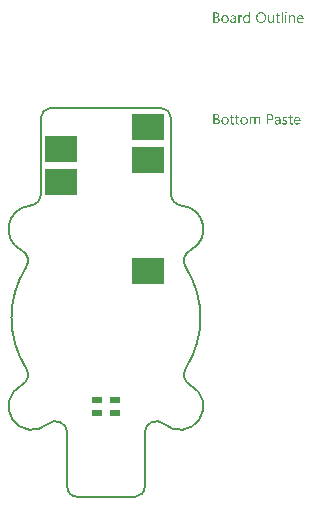
<source format=gbp>
G04*
G04 #@! TF.GenerationSoftware,Altium Limited,Altium Designer,21.8.1 (53)*
G04*
G04 Layer_Color=128*
%FSAX25Y25*%
%MOIN*%
G70*
G04*
G04 #@! TF.SameCoordinates,18D3F597-79DD-4A29-BD4C-A2841DF7949F*
G04*
G04*
G04 #@! TF.FilePolarity,Positive*
G04*
G01*
G75*
%ADD12C,0.00787*%
%ADD49R,0.11024X0.08661*%
%ADD52R,0.03543X0.02362*%
G36*
X0060012Y0137578D02*
X0060037D01*
X0060093Y0137554D01*
X0060124Y0137535D01*
X0060155Y0137510D01*
X0060161Y0137504D01*
X0060167Y0137498D01*
X0060198Y0137461D01*
X0060223Y0137399D01*
X0060229Y0137362D01*
X0060235Y0137325D01*
Y0137319D01*
Y0137306D01*
X0060229Y0137287D01*
X0060223Y0137263D01*
X0060204Y0137201D01*
X0060179Y0137170D01*
X0060155Y0137139D01*
X0060148D01*
X0060142Y0137127D01*
X0060105Y0137102D01*
X0060049Y0137077D01*
X0060012Y0137071D01*
X0059975Y0137065D01*
X0059957D01*
X0059938Y0137071D01*
X0059913D01*
X0059851Y0137096D01*
X0059820Y0137108D01*
X0059789Y0137133D01*
Y0137139D01*
X0059777Y0137145D01*
X0059765Y0137164D01*
X0059752Y0137182D01*
X0059728Y0137244D01*
X0059721Y0137281D01*
X0059715Y0137325D01*
Y0137331D01*
Y0137343D01*
X0059721Y0137362D01*
X0059728Y0137393D01*
X0059746Y0137449D01*
X0059765Y0137479D01*
X0059789Y0137510D01*
X0059796Y0137517D01*
X0059802Y0137523D01*
X0059839Y0137548D01*
X0059901Y0137572D01*
X0059938Y0137585D01*
X0059994D01*
X0060012Y0137578D01*
D02*
G37*
G36*
X0048022Y0133914D02*
X0047620D01*
Y0134335D01*
X0047607D01*
Y0134329D01*
X0047595Y0134316D01*
X0047576Y0134292D01*
X0047558Y0134261D01*
X0047527Y0134223D01*
X0047490Y0134186D01*
X0047447Y0134143D01*
X0047397Y0134100D01*
X0047341Y0134050D01*
X0047273Y0134007D01*
X0047205Y0133970D01*
X0047125Y0133932D01*
X0047044Y0133902D01*
X0046951Y0133877D01*
X0046852Y0133864D01*
X0046747Y0133858D01*
X0046704D01*
X0046667Y0133864D01*
X0046630Y0133871D01*
X0046580Y0133877D01*
X0046475Y0133902D01*
X0046351Y0133939D01*
X0046227Y0134001D01*
X0046159Y0134038D01*
X0046103Y0134081D01*
X0046041Y0134137D01*
X0045986Y0134193D01*
Y0134199D01*
X0045973Y0134211D01*
X0045961Y0134230D01*
X0045942Y0134254D01*
X0045924Y0134285D01*
X0045899Y0134329D01*
X0045874Y0134378D01*
X0045849Y0134434D01*
X0045819Y0134496D01*
X0045794Y0134564D01*
X0045769Y0134638D01*
X0045750Y0134719D01*
X0045732Y0134805D01*
X0045720Y0134904D01*
X0045713Y0135003D01*
X0045707Y0135109D01*
Y0135115D01*
Y0135133D01*
Y0135170D01*
X0045713Y0135214D01*
X0045720Y0135263D01*
X0045726Y0135325D01*
X0045732Y0135393D01*
X0045744Y0135468D01*
X0045781Y0135629D01*
X0045837Y0135796D01*
X0045874Y0135876D01*
X0045918Y0135957D01*
X0045961Y0136031D01*
X0046017Y0136105D01*
X0046023Y0136111D01*
X0046029Y0136124D01*
X0046048Y0136142D01*
X0046072Y0136167D01*
X0046103Y0136192D01*
X0046147Y0136223D01*
X0046190Y0136260D01*
X0046240Y0136297D01*
X0046363Y0136365D01*
X0046506Y0136427D01*
X0046586Y0136446D01*
X0046673Y0136464D01*
X0046759Y0136477D01*
X0046859Y0136483D01*
X0046908D01*
X0046945Y0136477D01*
X0046982Y0136470D01*
X0047032Y0136464D01*
X0047143Y0136433D01*
X0047267Y0136384D01*
X0047329Y0136353D01*
X0047391Y0136310D01*
X0047453Y0136266D01*
X0047508Y0136211D01*
X0047558Y0136149D01*
X0047607Y0136074D01*
X0047620D01*
Y0137634D01*
X0048022D01*
Y0133914D01*
D02*
G37*
G36*
X0062290Y0136477D02*
X0062364Y0136470D01*
X0062457Y0136452D01*
X0062556Y0136421D01*
X0062661Y0136371D01*
X0062767Y0136303D01*
X0062810Y0136266D01*
X0062853Y0136217D01*
X0062866Y0136204D01*
X0062891Y0136167D01*
X0062922Y0136105D01*
X0062965Y0136019D01*
X0063002Y0135913D01*
X0063039Y0135783D01*
X0063064Y0135629D01*
X0063070Y0135449D01*
Y0133914D01*
X0062668D01*
Y0135344D01*
Y0135350D01*
Y0135381D01*
X0062661Y0135418D01*
Y0135468D01*
X0062649Y0135530D01*
X0062637Y0135598D01*
X0062618Y0135672D01*
X0062594Y0135746D01*
X0062563Y0135820D01*
X0062525Y0135889D01*
X0062476Y0135957D01*
X0062420Y0136019D01*
X0062358Y0136068D01*
X0062278Y0136105D01*
X0062191Y0136136D01*
X0062086Y0136142D01*
X0062073D01*
X0062036Y0136136D01*
X0061981Y0136130D01*
X0061913Y0136111D01*
X0061832Y0136087D01*
X0061745Y0136043D01*
X0061665Y0135988D01*
X0061585Y0135913D01*
X0061578Y0135901D01*
X0061554Y0135876D01*
X0061523Y0135827D01*
X0061485Y0135759D01*
X0061448Y0135678D01*
X0061417Y0135579D01*
X0061393Y0135468D01*
X0061386Y0135344D01*
Y0133914D01*
X0060984D01*
Y0136427D01*
X0061386D01*
Y0136006D01*
X0061399D01*
X0061405Y0136012D01*
X0061411Y0136025D01*
X0061430Y0136049D01*
X0061454Y0136081D01*
X0061479Y0136118D01*
X0061516Y0136155D01*
X0061560Y0136198D01*
X0061609Y0136248D01*
X0061665Y0136291D01*
X0061727Y0136334D01*
X0061795Y0136371D01*
X0061869Y0136408D01*
X0061944Y0136440D01*
X0062030Y0136464D01*
X0062123Y0136477D01*
X0062222Y0136483D01*
X0062259D01*
X0062290Y0136477D01*
D02*
G37*
G36*
X0045292Y0136464D02*
X0045367Y0136458D01*
X0045410Y0136446D01*
X0045441Y0136433D01*
Y0136019D01*
X0045435Y0136025D01*
X0045422Y0136031D01*
X0045398Y0136043D01*
X0045367Y0136062D01*
X0045323Y0136074D01*
X0045268Y0136087D01*
X0045206Y0136093D01*
X0045138Y0136099D01*
X0045125D01*
X0045094Y0136093D01*
X0045045Y0136087D01*
X0044989Y0136068D01*
X0044915Y0136037D01*
X0044847Y0135994D01*
X0044772Y0135932D01*
X0044704Y0135851D01*
X0044698Y0135839D01*
X0044680Y0135808D01*
X0044649Y0135752D01*
X0044618Y0135678D01*
X0044587Y0135585D01*
X0044556Y0135468D01*
X0044537Y0135338D01*
X0044531Y0135189D01*
Y0133914D01*
X0044129D01*
Y0136427D01*
X0044531D01*
Y0135907D01*
X0044543D01*
Y0135913D01*
X0044550Y0135919D01*
X0044562Y0135951D01*
X0044581Y0136000D01*
X0044611Y0136062D01*
X0044642Y0136124D01*
X0044692Y0136192D01*
X0044741Y0136260D01*
X0044803Y0136322D01*
X0044810Y0136328D01*
X0044834Y0136347D01*
X0044872Y0136371D01*
X0044921Y0136396D01*
X0044977Y0136421D01*
X0045045Y0136446D01*
X0045119Y0136464D01*
X0045200Y0136470D01*
X0045255D01*
X0045292Y0136464D01*
D02*
G37*
G36*
X0056032Y0133914D02*
X0055630D01*
Y0134310D01*
X0055617D01*
Y0134304D01*
X0055605Y0134292D01*
X0055593Y0134267D01*
X0055568Y0134242D01*
X0055512Y0134168D01*
X0055425Y0134087D01*
X0055376Y0134044D01*
X0055320Y0134001D01*
X0055258Y0133964D01*
X0055184Y0133926D01*
X0055110Y0133902D01*
X0055029Y0133877D01*
X0054936Y0133864D01*
X0054844Y0133858D01*
X0054806D01*
X0054763Y0133864D01*
X0054701Y0133877D01*
X0054633Y0133889D01*
X0054559Y0133914D01*
X0054478Y0133945D01*
X0054398Y0133994D01*
X0054311Y0134050D01*
X0054231Y0134118D01*
X0054157Y0134205D01*
X0054088Y0134310D01*
X0054027Y0134428D01*
X0053983Y0134570D01*
X0053958Y0134737D01*
X0053946Y0134824D01*
Y0134923D01*
Y0136427D01*
X0054342D01*
Y0134985D01*
Y0134979D01*
Y0134954D01*
X0054348Y0134911D01*
X0054355Y0134861D01*
X0054361Y0134799D01*
X0054373Y0134737D01*
X0054392Y0134663D01*
X0054417Y0134589D01*
X0054454Y0134514D01*
X0054491Y0134446D01*
X0054540Y0134378D01*
X0054602Y0134316D01*
X0054670Y0134267D01*
X0054751Y0134230D01*
X0054850Y0134199D01*
X0054955Y0134193D01*
X0054967D01*
X0055005Y0134199D01*
X0055060Y0134205D01*
X0055122Y0134217D01*
X0055203Y0134248D01*
X0055283Y0134285D01*
X0055364Y0134335D01*
X0055438Y0134409D01*
X0055444Y0134422D01*
X0055469Y0134446D01*
X0055500Y0134496D01*
X0055537Y0134564D01*
X0055568Y0134644D01*
X0055599Y0134743D01*
X0055624Y0134855D01*
X0055630Y0134979D01*
Y0136427D01*
X0056032D01*
Y0133914D01*
D02*
G37*
G36*
X0060167D02*
X0059765D01*
Y0136427D01*
X0060167D01*
Y0133914D01*
D02*
G37*
G36*
X0058948D02*
X0058545D01*
Y0137634D01*
X0058948D01*
Y0133914D01*
D02*
G37*
G36*
X0042569Y0136477D02*
X0042625Y0136470D01*
X0042693Y0136452D01*
X0042767Y0136433D01*
X0042847Y0136402D01*
X0042934Y0136365D01*
X0043014Y0136316D01*
X0043095Y0136254D01*
X0043169Y0136179D01*
X0043237Y0136087D01*
X0043293Y0135981D01*
X0043336Y0135858D01*
X0043361Y0135715D01*
X0043374Y0135548D01*
Y0133914D01*
X0042971D01*
Y0134304D01*
X0042959D01*
Y0134298D01*
X0042946Y0134285D01*
X0042934Y0134261D01*
X0042909Y0134236D01*
X0042847Y0134162D01*
X0042767Y0134081D01*
X0042656Y0134001D01*
X0042526Y0133926D01*
X0042445Y0133902D01*
X0042364Y0133877D01*
X0042278Y0133864D01*
X0042185Y0133858D01*
X0042148D01*
X0042123Y0133864D01*
X0042055Y0133871D01*
X0041975Y0133883D01*
X0041875Y0133908D01*
X0041783Y0133939D01*
X0041684Y0133988D01*
X0041597Y0134050D01*
X0041591Y0134063D01*
X0041566Y0134087D01*
X0041529Y0134131D01*
X0041492Y0134193D01*
X0041455Y0134267D01*
X0041418Y0134353D01*
X0041393Y0134459D01*
X0041387Y0134576D01*
Y0134582D01*
Y0134607D01*
X0041393Y0134644D01*
X0041399Y0134688D01*
X0041411Y0134743D01*
X0041430Y0134805D01*
X0041455Y0134873D01*
X0041492Y0134941D01*
X0041535Y0135016D01*
X0041591Y0135090D01*
X0041659Y0135158D01*
X0041739Y0135220D01*
X0041832Y0135282D01*
X0041944Y0135331D01*
X0042067Y0135369D01*
X0042216Y0135400D01*
X0042971Y0135505D01*
Y0135511D01*
Y0135530D01*
X0042965Y0135567D01*
Y0135604D01*
X0042953Y0135653D01*
X0042946Y0135709D01*
X0042909Y0135827D01*
X0042878Y0135882D01*
X0042847Y0135938D01*
X0042804Y0135994D01*
X0042755Y0136043D01*
X0042693Y0136087D01*
X0042625Y0136118D01*
X0042544Y0136136D01*
X0042451Y0136142D01*
X0042408D01*
X0042377Y0136136D01*
X0042334D01*
X0042290Y0136124D01*
X0042179Y0136105D01*
X0042055Y0136068D01*
X0041919Y0136012D01*
X0041845Y0135975D01*
X0041776Y0135938D01*
X0041702Y0135889D01*
X0041634Y0135833D01*
Y0136248D01*
X0041640D01*
X0041653Y0136260D01*
X0041671Y0136272D01*
X0041702Y0136285D01*
X0041733Y0136303D01*
X0041776Y0136322D01*
X0041826Y0136340D01*
X0041882Y0136365D01*
X0042006Y0136408D01*
X0042154Y0136446D01*
X0042315Y0136470D01*
X0042488Y0136483D01*
X0042526D01*
X0042569Y0136477D01*
D02*
G37*
G36*
X0036880Y0137424D02*
X0036924D01*
X0036967Y0137417D01*
X0037066Y0137405D01*
X0037183Y0137374D01*
X0037307Y0137337D01*
X0037425Y0137281D01*
X0037530Y0137207D01*
X0037536D01*
X0037543Y0137195D01*
X0037574Y0137170D01*
X0037617Y0137120D01*
X0037666Y0137052D01*
X0037710Y0136966D01*
X0037753Y0136867D01*
X0037784Y0136755D01*
X0037796Y0136693D01*
Y0136625D01*
Y0136619D01*
Y0136613D01*
Y0136576D01*
X0037790Y0136520D01*
X0037778Y0136452D01*
X0037759Y0136365D01*
X0037728Y0136278D01*
X0037691Y0136192D01*
X0037635Y0136105D01*
X0037629Y0136093D01*
X0037604Y0136068D01*
X0037567Y0136031D01*
X0037518Y0135981D01*
X0037456Y0135932D01*
X0037382Y0135876D01*
X0037289Y0135833D01*
X0037190Y0135790D01*
Y0135783D01*
X0037208D01*
X0037227Y0135777D01*
X0037245Y0135771D01*
X0037314Y0135759D01*
X0037394Y0135734D01*
X0037481Y0135697D01*
X0037574Y0135653D01*
X0037666Y0135591D01*
X0037753Y0135511D01*
X0037765Y0135499D01*
X0037790Y0135468D01*
X0037821Y0135424D01*
X0037864Y0135356D01*
X0037901Y0135270D01*
X0037939Y0135170D01*
X0037964Y0135053D01*
X0037970Y0134923D01*
Y0134917D01*
Y0134904D01*
Y0134880D01*
X0037964Y0134849D01*
X0037957Y0134811D01*
X0037951Y0134768D01*
X0037926Y0134663D01*
X0037889Y0134545D01*
X0037833Y0134422D01*
X0037796Y0134366D01*
X0037753Y0134304D01*
X0037697Y0134248D01*
X0037642Y0134193D01*
X0037635D01*
X0037629Y0134180D01*
X0037611Y0134168D01*
X0037586Y0134149D01*
X0037555Y0134131D01*
X0037512Y0134106D01*
X0037419Y0134056D01*
X0037301Y0134001D01*
X0037165Y0133957D01*
X0037004Y0133926D01*
X0036924Y0133920D01*
X0036831Y0133914D01*
X0035803D01*
Y0137430D01*
X0036849D01*
X0036880Y0137424D01*
D02*
G37*
G36*
X0057375Y0136427D02*
X0058013D01*
Y0136081D01*
X0057375D01*
Y0134663D01*
Y0134651D01*
Y0134620D01*
X0057381Y0134576D01*
X0057388Y0134521D01*
X0057412Y0134403D01*
X0057431Y0134347D01*
X0057462Y0134304D01*
X0057468Y0134298D01*
X0057481Y0134285D01*
X0057499Y0134273D01*
X0057530Y0134254D01*
X0057567Y0134230D01*
X0057617Y0134217D01*
X0057679Y0134205D01*
X0057747Y0134199D01*
X0057771D01*
X0057802Y0134205D01*
X0057840Y0134211D01*
X0057926Y0134236D01*
X0057969Y0134254D01*
X0058013Y0134279D01*
Y0133932D01*
X0058007D01*
X0057988Y0133920D01*
X0057957Y0133914D01*
X0057914Y0133902D01*
X0057858Y0133889D01*
X0057796Y0133877D01*
X0057722Y0133871D01*
X0057635Y0133864D01*
X0057604D01*
X0057573Y0133871D01*
X0057530Y0133877D01*
X0057481Y0133889D01*
X0057425Y0133902D01*
X0057369Y0133926D01*
X0057307Y0133957D01*
X0057245Y0133994D01*
X0057183Y0134044D01*
X0057128Y0134100D01*
X0057078Y0134174D01*
X0057035Y0134254D01*
X0057004Y0134353D01*
X0056979Y0134465D01*
X0056973Y0134595D01*
Y0136081D01*
X0056546D01*
Y0136427D01*
X0056973D01*
Y0137040D01*
X0057375Y0137170D01*
Y0136427D01*
D02*
G37*
G36*
X0064902Y0136477D02*
X0064946Y0136470D01*
X0064989Y0136464D01*
X0065100Y0136446D01*
X0065224Y0136402D01*
X0065348Y0136347D01*
X0065410Y0136310D01*
X0065472Y0136266D01*
X0065527Y0136217D01*
X0065583Y0136161D01*
X0065589Y0136155D01*
X0065596Y0136149D01*
X0065608Y0136130D01*
X0065627Y0136105D01*
X0065645Y0136068D01*
X0065670Y0136031D01*
X0065695Y0135988D01*
X0065719Y0135932D01*
X0065744Y0135870D01*
X0065769Y0135808D01*
X0065794Y0135734D01*
X0065812Y0135653D01*
X0065831Y0135567D01*
X0065843Y0135480D01*
X0065856Y0135381D01*
Y0135276D01*
Y0135065D01*
X0064079D01*
Y0135059D01*
Y0135047D01*
Y0135028D01*
X0064085Y0134997D01*
X0064091Y0134960D01*
Y0134923D01*
X0064110Y0134824D01*
X0064141Y0134725D01*
X0064178Y0134613D01*
X0064234Y0134508D01*
X0064302Y0134415D01*
X0064314Y0134403D01*
X0064339Y0134378D01*
X0064389Y0134347D01*
X0064457Y0134304D01*
X0064543Y0134261D01*
X0064642Y0134230D01*
X0064760Y0134205D01*
X0064896Y0134193D01*
X0064939D01*
X0064970Y0134199D01*
X0065008D01*
X0065051Y0134205D01*
X0065156Y0134230D01*
X0065274Y0134261D01*
X0065404Y0134310D01*
X0065540Y0134378D01*
X0065608Y0134422D01*
X0065676Y0134471D01*
Y0134093D01*
X0065670D01*
X0065664Y0134081D01*
X0065645Y0134075D01*
X0065614Y0134056D01*
X0065583Y0134038D01*
X0065546Y0134019D01*
X0065497Y0134001D01*
X0065447Y0133976D01*
X0065385Y0133951D01*
X0065317Y0133932D01*
X0065168Y0133895D01*
X0064995Y0133871D01*
X0064803Y0133858D01*
X0064754D01*
X0064717Y0133864D01*
X0064673Y0133871D01*
X0064618Y0133877D01*
X0064500Y0133902D01*
X0064364Y0133939D01*
X0064228Y0134001D01*
X0064160Y0134044D01*
X0064091Y0134087D01*
X0064030Y0134137D01*
X0063968Y0134199D01*
X0063961Y0134205D01*
X0063955Y0134217D01*
X0063943Y0134236D01*
X0063918Y0134261D01*
X0063899Y0134298D01*
X0063875Y0134341D01*
X0063844Y0134391D01*
X0063819Y0134446D01*
X0063788Y0134508D01*
X0063763Y0134582D01*
X0063732Y0134663D01*
X0063714Y0134750D01*
X0063695Y0134843D01*
X0063677Y0134941D01*
X0063670Y0135047D01*
X0063664Y0135158D01*
Y0135164D01*
Y0135183D01*
Y0135214D01*
X0063670Y0135257D01*
X0063677Y0135307D01*
X0063683Y0135362D01*
X0063689Y0135431D01*
X0063708Y0135499D01*
X0063745Y0135647D01*
X0063801Y0135808D01*
X0063838Y0135889D01*
X0063887Y0135963D01*
X0063937Y0136043D01*
X0063992Y0136111D01*
X0063999Y0136118D01*
X0064011Y0136130D01*
X0064030Y0136149D01*
X0064054Y0136167D01*
X0064085Y0136198D01*
X0064122Y0136229D01*
X0064172Y0136260D01*
X0064221Y0136297D01*
X0064339Y0136365D01*
X0064481Y0136427D01*
X0064562Y0136446D01*
X0064642Y0136464D01*
X0064729Y0136477D01*
X0064822Y0136483D01*
X0064871D01*
X0064902Y0136477D01*
D02*
G37*
G36*
X0051860Y0137486D02*
X0051922Y0137479D01*
X0051996Y0137467D01*
X0052077Y0137449D01*
X0052163Y0137430D01*
X0052250Y0137405D01*
X0052349Y0137374D01*
X0052442Y0137331D01*
X0052541Y0137281D01*
X0052640Y0137226D01*
X0052733Y0137157D01*
X0052826Y0137083D01*
X0052912Y0136997D01*
X0052918Y0136990D01*
X0052931Y0136972D01*
X0052956Y0136947D01*
X0052980Y0136910D01*
X0053017Y0136860D01*
X0053055Y0136799D01*
X0053092Y0136730D01*
X0053135Y0136656D01*
X0053179Y0136563D01*
X0053216Y0136470D01*
X0053253Y0136365D01*
X0053290Y0136248D01*
X0053315Y0136130D01*
X0053339Y0136000D01*
X0053352Y0135858D01*
X0053358Y0135715D01*
Y0135703D01*
Y0135678D01*
Y0135635D01*
X0053352Y0135573D01*
X0053346Y0135499D01*
X0053333Y0135418D01*
X0053321Y0135325D01*
X0053302Y0135220D01*
X0053277Y0135115D01*
X0053247Y0135003D01*
X0053209Y0134892D01*
X0053166Y0134781D01*
X0053110Y0134663D01*
X0053048Y0134558D01*
X0052980Y0134452D01*
X0052900Y0134353D01*
X0052894Y0134347D01*
X0052881Y0134335D01*
X0052850Y0134310D01*
X0052819Y0134279D01*
X0052770Y0134236D01*
X0052714Y0134199D01*
X0052652Y0134149D01*
X0052578Y0134106D01*
X0052498Y0134063D01*
X0052405Y0134013D01*
X0052306Y0133976D01*
X0052194Y0133939D01*
X0052077Y0133902D01*
X0051953Y0133877D01*
X0051823Y0133864D01*
X0051680Y0133858D01*
X0051649D01*
X0051606Y0133864D01*
X0051557D01*
X0051495Y0133871D01*
X0051420Y0133883D01*
X0051340Y0133902D01*
X0051247Y0133920D01*
X0051154Y0133945D01*
X0051055Y0133976D01*
X0050956Y0134019D01*
X0050857Y0134063D01*
X0050758Y0134118D01*
X0050659Y0134186D01*
X0050566Y0134261D01*
X0050480Y0134347D01*
X0050473Y0134353D01*
X0050461Y0134372D01*
X0050436Y0134397D01*
X0050411Y0134434D01*
X0050374Y0134483D01*
X0050337Y0134545D01*
X0050300Y0134613D01*
X0050257Y0134694D01*
X0050213Y0134781D01*
X0050176Y0134873D01*
X0050139Y0134979D01*
X0050102Y0135096D01*
X0050077Y0135214D01*
X0050052Y0135344D01*
X0050040Y0135486D01*
X0050034Y0135629D01*
Y0135641D01*
Y0135666D01*
X0050040Y0135709D01*
Y0135771D01*
X0050046Y0135839D01*
X0050059Y0135926D01*
X0050071Y0136019D01*
X0050090Y0136118D01*
X0050114Y0136223D01*
X0050145Y0136334D01*
X0050182Y0136446D01*
X0050226Y0136557D01*
X0050282Y0136669D01*
X0050344Y0136780D01*
X0050411Y0136885D01*
X0050492Y0136984D01*
X0050498Y0136990D01*
X0050511Y0137009D01*
X0050542Y0137034D01*
X0050579Y0137065D01*
X0050622Y0137102D01*
X0050678Y0137145D01*
X0050746Y0137188D01*
X0050820Y0137238D01*
X0050907Y0137287D01*
X0051000Y0137331D01*
X0051099Y0137374D01*
X0051210Y0137411D01*
X0051334Y0137442D01*
X0051464Y0137473D01*
X0051600Y0137486D01*
X0051742Y0137492D01*
X0051810D01*
X0051860Y0137486D01*
D02*
G37*
G36*
X0039833Y0136477D02*
X0039876Y0136470D01*
X0039932Y0136464D01*
X0040056Y0136440D01*
X0040198Y0136396D01*
X0040340Y0136334D01*
X0040415Y0136297D01*
X0040483Y0136254D01*
X0040551Y0136198D01*
X0040613Y0136136D01*
X0040619Y0136130D01*
X0040625Y0136118D01*
X0040644Y0136099D01*
X0040662Y0136074D01*
X0040687Y0136037D01*
X0040712Y0135994D01*
X0040743Y0135944D01*
X0040774Y0135889D01*
X0040799Y0135820D01*
X0040829Y0135752D01*
X0040854Y0135672D01*
X0040879Y0135585D01*
X0040898Y0135492D01*
X0040916Y0135393D01*
X0040922Y0135288D01*
X0040929Y0135177D01*
Y0135170D01*
Y0135152D01*
Y0135121D01*
X0040922Y0135078D01*
X0040916Y0135028D01*
X0040910Y0134966D01*
X0040898Y0134904D01*
X0040885Y0134830D01*
X0040848Y0134681D01*
X0040786Y0134521D01*
X0040749Y0134440D01*
X0040699Y0134360D01*
X0040650Y0134285D01*
X0040588Y0134217D01*
X0040582Y0134211D01*
X0040569Y0134205D01*
X0040551Y0134186D01*
X0040526Y0134162D01*
X0040489Y0134137D01*
X0040452Y0134106D01*
X0040402Y0134069D01*
X0040347Y0134038D01*
X0040285Y0134007D01*
X0040217Y0133970D01*
X0040142Y0133939D01*
X0040062Y0133914D01*
X0039975Y0133889D01*
X0039882Y0133877D01*
X0039783Y0133864D01*
X0039678Y0133858D01*
X0039622D01*
X0039585Y0133864D01*
X0039542Y0133871D01*
X0039486Y0133877D01*
X0039424Y0133889D01*
X0039356Y0133902D01*
X0039214Y0133945D01*
X0039065Y0134007D01*
X0038991Y0134044D01*
X0038923Y0134093D01*
X0038855Y0134143D01*
X0038787Y0134205D01*
X0038781Y0134211D01*
X0038774Y0134223D01*
X0038756Y0134242D01*
X0038737Y0134267D01*
X0038712Y0134304D01*
X0038682Y0134347D01*
X0038651Y0134397D01*
X0038626Y0134452D01*
X0038595Y0134521D01*
X0038564Y0134589D01*
X0038533Y0134663D01*
X0038508Y0134750D01*
X0038471Y0134935D01*
X0038465Y0135034D01*
X0038459Y0135140D01*
Y0135146D01*
Y0135170D01*
Y0135202D01*
X0038465Y0135245D01*
X0038471Y0135294D01*
X0038477Y0135356D01*
X0038490Y0135424D01*
X0038502Y0135499D01*
X0038539Y0135660D01*
X0038601Y0135820D01*
X0038644Y0135901D01*
X0038688Y0135981D01*
X0038737Y0136056D01*
X0038799Y0136124D01*
X0038805Y0136130D01*
X0038818Y0136142D01*
X0038836Y0136155D01*
X0038861Y0136179D01*
X0038898Y0136204D01*
X0038941Y0136235D01*
X0038991Y0136272D01*
X0039047Y0136303D01*
X0039109Y0136334D01*
X0039183Y0136371D01*
X0039257Y0136402D01*
X0039344Y0136427D01*
X0039430Y0136452D01*
X0039529Y0136470D01*
X0039635Y0136477D01*
X0039740Y0136483D01*
X0039796D01*
X0039833Y0136477D01*
D02*
G37*
G36*
X0059932Y0102618D02*
X0060012Y0102612D01*
X0060099Y0102600D01*
X0060198Y0102575D01*
X0060297Y0102550D01*
X0060396Y0102513D01*
Y0102105D01*
X0060384Y0102111D01*
X0060347Y0102136D01*
X0060291Y0102160D01*
X0060216Y0102197D01*
X0060124Y0102228D01*
X0060012Y0102259D01*
X0059888Y0102278D01*
X0059758Y0102284D01*
X0059690D01*
X0059628Y0102272D01*
X0059554Y0102259D01*
X0059548D01*
X0059542Y0102253D01*
X0059505Y0102241D01*
X0059455Y0102216D01*
X0059399Y0102185D01*
X0059387Y0102179D01*
X0059362Y0102154D01*
X0059331Y0102117D01*
X0059300Y0102074D01*
X0059294Y0102061D01*
X0059282Y0102030D01*
X0059269Y0101987D01*
X0059263Y0101931D01*
Y0101925D01*
Y0101913D01*
Y0101894D01*
X0059269Y0101876D01*
X0059282Y0101820D01*
X0059300Y0101764D01*
X0059307Y0101752D01*
X0059325Y0101727D01*
X0059362Y0101690D01*
X0059406Y0101646D01*
X0059412D01*
X0059418Y0101640D01*
X0059455Y0101616D01*
X0059505Y0101585D01*
X0059573Y0101554D01*
X0059579D01*
X0059591Y0101548D01*
X0059610Y0101541D01*
X0059641Y0101529D01*
X0059709Y0101504D01*
X0059796Y0101467D01*
X0059802D01*
X0059826Y0101455D01*
X0059857Y0101442D01*
X0059895Y0101430D01*
X0059994Y0101386D01*
X0060093Y0101337D01*
X0060099D01*
X0060118Y0101325D01*
X0060142Y0101312D01*
X0060173Y0101294D01*
X0060247Y0101244D01*
X0060322Y0101182D01*
X0060328Y0101176D01*
X0060340Y0101170D01*
X0060353Y0101151D01*
X0060377Y0101127D01*
X0060421Y0101065D01*
X0060464Y0100984D01*
Y0100978D01*
X0060470Y0100966D01*
X0060483Y0100941D01*
X0060489Y0100910D01*
X0060501Y0100873D01*
X0060507Y0100829D01*
X0060514Y0100724D01*
Y0100718D01*
Y0100693D01*
X0060507Y0100656D01*
X0060501Y0100613D01*
X0060495Y0100563D01*
X0060476Y0100508D01*
X0060458Y0100458D01*
X0060427Y0100402D01*
X0060421Y0100396D01*
X0060415Y0100378D01*
X0060396Y0100353D01*
X0060371Y0100322D01*
X0060340Y0100285D01*
X0060303Y0100248D01*
X0060210Y0100173D01*
X0060204Y0100167D01*
X0060186Y0100161D01*
X0060161Y0100142D01*
X0060118Y0100124D01*
X0060074Y0100099D01*
X0060018Y0100081D01*
X0059963Y0100062D01*
X0059895Y0100043D01*
X0059888D01*
X0059864Y0100037D01*
X0059826Y0100031D01*
X0059783Y0100025D01*
X0059721Y0100012D01*
X0059659Y0100006D01*
X0059517Y0100000D01*
X0059455D01*
X0059381Y0100006D01*
X0059288Y0100019D01*
X0059183Y0100037D01*
X0059071Y0100062D01*
X0058960Y0100093D01*
X0058849Y0100142D01*
Y0100576D01*
X0058855D01*
X0058861Y0100563D01*
X0058880Y0100551D01*
X0058904Y0100539D01*
X0058972Y0100501D01*
X0059065Y0100458D01*
X0059170Y0100408D01*
X0059294Y0100371D01*
X0059430Y0100347D01*
X0059573Y0100334D01*
X0059622D01*
X0059653Y0100340D01*
X0059740Y0100353D01*
X0059839Y0100378D01*
X0059932Y0100421D01*
X0059975Y0100452D01*
X0060018Y0100483D01*
X0060049Y0100526D01*
X0060074Y0100569D01*
X0060093Y0100625D01*
X0060099Y0100687D01*
Y0100693D01*
Y0100706D01*
Y0100724D01*
X0060093Y0100743D01*
X0060080Y0100798D01*
X0060056Y0100854D01*
Y0100860D01*
X0060049Y0100867D01*
X0060025Y0100898D01*
X0059987Y0100941D01*
X0059932Y0100978D01*
X0059926D01*
X0059919Y0100990D01*
X0059882Y0101009D01*
X0059826Y0101046D01*
X0059752Y0101077D01*
X0059746D01*
X0059734Y0101083D01*
X0059715Y0101096D01*
X0059684Y0101108D01*
X0059616Y0101133D01*
X0059529Y0101170D01*
X0059523D01*
X0059499Y0101182D01*
X0059468Y0101195D01*
X0059430Y0101207D01*
X0059331Y0101250D01*
X0059232Y0101300D01*
X0059226Y0101306D01*
X0059214Y0101312D01*
X0059189Y0101325D01*
X0059158Y0101343D01*
X0059090Y0101393D01*
X0059022Y0101449D01*
X0059016Y0101455D01*
X0059009Y0101461D01*
X0058991Y0101479D01*
X0058972Y0101504D01*
X0058929Y0101566D01*
X0058892Y0101640D01*
Y0101646D01*
X0058886Y0101659D01*
X0058880Y0101684D01*
X0058873Y0101715D01*
X0058867Y0101752D01*
X0058861Y0101795D01*
X0058855Y0101900D01*
Y0101907D01*
Y0101931D01*
X0058861Y0101962D01*
X0058867Y0102006D01*
X0058873Y0102055D01*
X0058892Y0102105D01*
X0058910Y0102160D01*
X0058935Y0102210D01*
X0058941Y0102216D01*
X0058948Y0102235D01*
X0058966Y0102259D01*
X0058991Y0102290D01*
X0059059Y0102365D01*
X0059146Y0102439D01*
X0059152Y0102445D01*
X0059170Y0102451D01*
X0059195Y0102470D01*
X0059238Y0102488D01*
X0059282Y0102513D01*
X0059331Y0102538D01*
X0059455Y0102575D01*
X0059461D01*
X0059486Y0102581D01*
X0059517Y0102594D01*
X0059566Y0102600D01*
X0059616Y0102612D01*
X0059678Y0102618D01*
X0059814Y0102624D01*
X0059870D01*
X0059932Y0102618D01*
D02*
G37*
G36*
X0050740D02*
X0050795Y0102606D01*
X0050857Y0102594D01*
X0050925Y0102569D01*
X0051006Y0102538D01*
X0051080Y0102495D01*
X0051161Y0102445D01*
X0051235Y0102377D01*
X0051303Y0102290D01*
X0051365Y0102191D01*
X0051420Y0102080D01*
X0051458Y0101937D01*
X0051489Y0101783D01*
X0051495Y0101603D01*
Y0100056D01*
X0051092D01*
Y0101498D01*
Y0101504D01*
Y0101516D01*
Y0101535D01*
Y0101566D01*
X0051086Y0101640D01*
X0051074Y0101727D01*
X0051061Y0101826D01*
X0051037Y0101925D01*
X0051006Y0102018D01*
X0050963Y0102098D01*
X0050956Y0102105D01*
X0050938Y0102129D01*
X0050907Y0102160D01*
X0050857Y0102191D01*
X0050801Y0102228D01*
X0050727Y0102253D01*
X0050634Y0102278D01*
X0050529Y0102284D01*
X0050517D01*
X0050486Y0102278D01*
X0050436Y0102272D01*
X0050374Y0102253D01*
X0050306Y0102228D01*
X0050232Y0102185D01*
X0050158Y0102129D01*
X0050090Y0102049D01*
X0050084Y0102036D01*
X0050065Y0102006D01*
X0050034Y0101956D01*
X0050003Y0101888D01*
X0049966Y0101807D01*
X0049941Y0101715D01*
X0049916Y0101603D01*
X0049910Y0101486D01*
Y0100056D01*
X0049508D01*
Y0101548D01*
Y0101554D01*
Y0101578D01*
X0049502Y0101616D01*
Y0101665D01*
X0049489Y0101721D01*
X0049477Y0101783D01*
X0049458Y0101845D01*
X0049440Y0101919D01*
X0049409Y0101987D01*
X0049372Y0102049D01*
X0049322Y0102111D01*
X0049266Y0102166D01*
X0049204Y0102216D01*
X0049124Y0102253D01*
X0049037Y0102278D01*
X0048938Y0102284D01*
X0048926D01*
X0048895Y0102278D01*
X0048845Y0102272D01*
X0048784Y0102259D01*
X0048715Y0102228D01*
X0048641Y0102191D01*
X0048567Y0102136D01*
X0048499Y0102061D01*
X0048493Y0102049D01*
X0048474Y0102024D01*
X0048443Y0101975D01*
X0048412Y0101907D01*
X0048381Y0101826D01*
X0048350Y0101727D01*
X0048332Y0101616D01*
X0048325Y0101486D01*
Y0100056D01*
X0047923D01*
Y0102569D01*
X0048325D01*
Y0102166D01*
X0048338D01*
X0048344Y0102173D01*
X0048350Y0102185D01*
X0048369Y0102210D01*
X0048387Y0102241D01*
X0048449Y0102309D01*
X0048536Y0102395D01*
X0048647Y0102482D01*
X0048777Y0102550D01*
X0048858Y0102581D01*
X0048938Y0102606D01*
X0049025Y0102618D01*
X0049118Y0102624D01*
X0049161D01*
X0049211Y0102618D01*
X0049273Y0102606D01*
X0049341Y0102587D01*
X0049415Y0102563D01*
X0049489Y0102532D01*
X0049564Y0102482D01*
X0049570Y0102476D01*
X0049595Y0102457D01*
X0049625Y0102427D01*
X0049669Y0102383D01*
X0049712Y0102327D01*
X0049755Y0102266D01*
X0049799Y0102191D01*
X0049830Y0102105D01*
X0049836Y0102111D01*
X0049842Y0102129D01*
X0049861Y0102154D01*
X0049879Y0102185D01*
X0049910Y0102228D01*
X0049947Y0102272D01*
X0049991Y0102315D01*
X0050040Y0102365D01*
X0050096Y0102414D01*
X0050158Y0102457D01*
X0050226Y0102507D01*
X0050300Y0102544D01*
X0050381Y0102575D01*
X0050467Y0102600D01*
X0050566Y0102618D01*
X0050665Y0102624D01*
X0050703D01*
X0050740Y0102618D01*
D02*
G37*
G36*
X0057437D02*
X0057493Y0102612D01*
X0057561Y0102594D01*
X0057635Y0102575D01*
X0057716Y0102544D01*
X0057802Y0102507D01*
X0057883Y0102457D01*
X0057963Y0102395D01*
X0058038Y0102321D01*
X0058106Y0102228D01*
X0058161Y0102123D01*
X0058205Y0101999D01*
X0058230Y0101857D01*
X0058242Y0101690D01*
Y0100056D01*
X0057840D01*
Y0100446D01*
X0057827D01*
Y0100440D01*
X0057815Y0100427D01*
X0057802Y0100402D01*
X0057778Y0100378D01*
X0057716Y0100303D01*
X0057635Y0100223D01*
X0057524Y0100142D01*
X0057394Y0100068D01*
X0057313Y0100043D01*
X0057233Y0100019D01*
X0057146Y0100006D01*
X0057053Y0100000D01*
X0057016D01*
X0056991Y0100006D01*
X0056923Y0100012D01*
X0056843Y0100025D01*
X0056744Y0100049D01*
X0056651Y0100081D01*
X0056552Y0100130D01*
X0056465Y0100192D01*
X0056459Y0100204D01*
X0056434Y0100229D01*
X0056397Y0100272D01*
X0056360Y0100334D01*
X0056323Y0100408D01*
X0056286Y0100495D01*
X0056261Y0100600D01*
X0056255Y0100718D01*
Y0100724D01*
Y0100749D01*
X0056261Y0100786D01*
X0056267Y0100829D01*
X0056280Y0100885D01*
X0056298Y0100947D01*
X0056323Y0101015D01*
X0056360Y0101083D01*
X0056403Y0101157D01*
X0056459Y0101232D01*
X0056527Y0101300D01*
X0056608Y0101362D01*
X0056701Y0101424D01*
X0056812Y0101473D01*
X0056936Y0101510D01*
X0057084Y0101541D01*
X0057840Y0101646D01*
Y0101653D01*
Y0101671D01*
X0057833Y0101708D01*
Y0101746D01*
X0057821Y0101795D01*
X0057815Y0101851D01*
X0057778Y0101968D01*
X0057747Y0102024D01*
X0057716Y0102080D01*
X0057672Y0102136D01*
X0057623Y0102185D01*
X0057561Y0102228D01*
X0057493Y0102259D01*
X0057412Y0102278D01*
X0057320Y0102284D01*
X0057276D01*
X0057245Y0102278D01*
X0057202D01*
X0057159Y0102266D01*
X0057047Y0102247D01*
X0056923Y0102210D01*
X0056787Y0102154D01*
X0056713Y0102117D01*
X0056645Y0102080D01*
X0056571Y0102030D01*
X0056502Y0101975D01*
Y0102389D01*
X0056509D01*
X0056521Y0102402D01*
X0056540Y0102414D01*
X0056571Y0102427D01*
X0056602Y0102445D01*
X0056645Y0102464D01*
X0056694Y0102482D01*
X0056750Y0102507D01*
X0056874Y0102550D01*
X0057023Y0102587D01*
X0057183Y0102612D01*
X0057357Y0102624D01*
X0057394D01*
X0057437Y0102618D01*
D02*
G37*
G36*
X0054738Y0103565D02*
X0054788D01*
X0054837Y0103559D01*
X0054967Y0103534D01*
X0055104Y0103504D01*
X0055252Y0103454D01*
X0055395Y0103386D01*
X0055456Y0103343D01*
X0055518Y0103293D01*
X0055524D01*
X0055531Y0103281D01*
X0055549Y0103262D01*
X0055568Y0103244D01*
X0055617Y0103182D01*
X0055679Y0103095D01*
X0055735Y0102984D01*
X0055784Y0102854D01*
X0055822Y0102699D01*
X0055828Y0102612D01*
X0055834Y0102519D01*
Y0102513D01*
Y0102495D01*
Y0102470D01*
X0055828Y0102439D01*
X0055822Y0102395D01*
X0055815Y0102346D01*
X0055791Y0102228D01*
X0055747Y0102098D01*
X0055685Y0101962D01*
X0055648Y0101894D01*
X0055605Y0101826D01*
X0055549Y0101758D01*
X0055487Y0101696D01*
X0055481Y0101690D01*
X0055469Y0101684D01*
X0055450Y0101665D01*
X0055425Y0101646D01*
X0055388Y0101622D01*
X0055345Y0101597D01*
X0055295Y0101566D01*
X0055240Y0101541D01*
X0055178Y0101510D01*
X0055110Y0101479D01*
X0055029Y0101455D01*
X0054949Y0101430D01*
X0054763Y0101393D01*
X0054664Y0101386D01*
X0054559Y0101380D01*
X0054095D01*
Y0100056D01*
X0053680D01*
Y0103572D01*
X0054701D01*
X0054738Y0103565D01*
D02*
G37*
G36*
X0036880D02*
X0036924D01*
X0036967Y0103559D01*
X0037066Y0103547D01*
X0037183Y0103516D01*
X0037307Y0103479D01*
X0037425Y0103423D01*
X0037530Y0103349D01*
X0037536D01*
X0037543Y0103336D01*
X0037574Y0103312D01*
X0037617Y0103262D01*
X0037666Y0103194D01*
X0037710Y0103107D01*
X0037753Y0103008D01*
X0037784Y0102897D01*
X0037796Y0102835D01*
Y0102767D01*
Y0102761D01*
Y0102754D01*
Y0102717D01*
X0037790Y0102662D01*
X0037778Y0102594D01*
X0037759Y0102507D01*
X0037728Y0102420D01*
X0037691Y0102334D01*
X0037635Y0102247D01*
X0037629Y0102235D01*
X0037604Y0102210D01*
X0037567Y0102173D01*
X0037518Y0102123D01*
X0037456Y0102074D01*
X0037382Y0102018D01*
X0037289Y0101975D01*
X0037190Y0101931D01*
Y0101925D01*
X0037208D01*
X0037227Y0101919D01*
X0037245Y0101913D01*
X0037314Y0101900D01*
X0037394Y0101876D01*
X0037481Y0101838D01*
X0037574Y0101795D01*
X0037666Y0101733D01*
X0037753Y0101653D01*
X0037765Y0101640D01*
X0037790Y0101609D01*
X0037821Y0101566D01*
X0037864Y0101498D01*
X0037901Y0101411D01*
X0037939Y0101312D01*
X0037964Y0101195D01*
X0037970Y0101065D01*
Y0101058D01*
Y0101046D01*
Y0101021D01*
X0037964Y0100990D01*
X0037957Y0100953D01*
X0037951Y0100910D01*
X0037926Y0100805D01*
X0037889Y0100687D01*
X0037833Y0100563D01*
X0037796Y0100508D01*
X0037753Y0100446D01*
X0037697Y0100390D01*
X0037642Y0100334D01*
X0037635D01*
X0037629Y0100322D01*
X0037611Y0100310D01*
X0037586Y0100291D01*
X0037555Y0100272D01*
X0037512Y0100248D01*
X0037419Y0100198D01*
X0037301Y0100142D01*
X0037165Y0100099D01*
X0037004Y0100068D01*
X0036924Y0100062D01*
X0036831Y0100056D01*
X0035803D01*
Y0103572D01*
X0036849D01*
X0036880Y0103565D01*
D02*
G37*
G36*
X0061665Y0102569D02*
X0062303D01*
Y0102222D01*
X0061665D01*
Y0100805D01*
Y0100792D01*
Y0100761D01*
X0061671Y0100718D01*
X0061677Y0100662D01*
X0061702Y0100545D01*
X0061721Y0100489D01*
X0061752Y0100446D01*
X0061758Y0100440D01*
X0061770Y0100427D01*
X0061789Y0100415D01*
X0061820Y0100396D01*
X0061857Y0100371D01*
X0061906Y0100359D01*
X0061968Y0100347D01*
X0062036Y0100340D01*
X0062061D01*
X0062092Y0100347D01*
X0062129Y0100353D01*
X0062216Y0100378D01*
X0062259Y0100396D01*
X0062303Y0100421D01*
Y0100074D01*
X0062296D01*
X0062278Y0100062D01*
X0062247Y0100056D01*
X0062204Y0100043D01*
X0062148Y0100031D01*
X0062086Y0100019D01*
X0062012Y0100012D01*
X0061925Y0100006D01*
X0061894D01*
X0061863Y0100012D01*
X0061820Y0100019D01*
X0061770Y0100031D01*
X0061715Y0100043D01*
X0061659Y0100068D01*
X0061597Y0100099D01*
X0061535Y0100136D01*
X0061473Y0100186D01*
X0061417Y0100241D01*
X0061368Y0100316D01*
X0061325Y0100396D01*
X0061294Y0100495D01*
X0061269Y0100607D01*
X0061263Y0100737D01*
Y0102222D01*
X0060835D01*
Y0102569D01*
X0061263D01*
Y0103182D01*
X0061665Y0103312D01*
Y0102569D01*
D02*
G37*
G36*
X0043807D02*
X0044444D01*
Y0102222D01*
X0043807D01*
Y0100805D01*
Y0100792D01*
Y0100761D01*
X0043813Y0100718D01*
X0043819Y0100662D01*
X0043844Y0100545D01*
X0043863Y0100489D01*
X0043894Y0100446D01*
X0043900Y0100440D01*
X0043912Y0100427D01*
X0043931Y0100415D01*
X0043962Y0100396D01*
X0043999Y0100371D01*
X0044048Y0100359D01*
X0044110Y0100347D01*
X0044178Y0100340D01*
X0044203D01*
X0044234Y0100347D01*
X0044271Y0100353D01*
X0044358Y0100378D01*
X0044401Y0100396D01*
X0044444Y0100421D01*
Y0100074D01*
X0044438D01*
X0044420Y0100062D01*
X0044389Y0100056D01*
X0044345Y0100043D01*
X0044290Y0100031D01*
X0044228Y0100019D01*
X0044153Y0100012D01*
X0044067Y0100006D01*
X0044036D01*
X0044005Y0100012D01*
X0043962Y0100019D01*
X0043912Y0100031D01*
X0043856Y0100043D01*
X0043801Y0100068D01*
X0043739Y0100099D01*
X0043677Y0100136D01*
X0043615Y0100186D01*
X0043559Y0100241D01*
X0043510Y0100316D01*
X0043466Y0100396D01*
X0043435Y0100495D01*
X0043411Y0100607D01*
X0043404Y0100737D01*
Y0102222D01*
X0042977D01*
Y0102569D01*
X0043404D01*
Y0103182D01*
X0043807Y0103312D01*
Y0102569D01*
D02*
G37*
G36*
X0042105D02*
X0042742D01*
Y0102222D01*
X0042105D01*
Y0100805D01*
Y0100792D01*
Y0100761D01*
X0042111Y0100718D01*
X0042117Y0100662D01*
X0042142Y0100545D01*
X0042160Y0100489D01*
X0042191Y0100446D01*
X0042197Y0100440D01*
X0042210Y0100427D01*
X0042228Y0100415D01*
X0042259Y0100396D01*
X0042296Y0100371D01*
X0042346Y0100359D01*
X0042408Y0100347D01*
X0042476Y0100340D01*
X0042501D01*
X0042532Y0100347D01*
X0042569Y0100353D01*
X0042656Y0100378D01*
X0042699Y0100396D01*
X0042742Y0100421D01*
Y0100074D01*
X0042736D01*
X0042717Y0100062D01*
X0042686Y0100056D01*
X0042643Y0100043D01*
X0042587Y0100031D01*
X0042526Y0100019D01*
X0042451Y0100012D01*
X0042364Y0100006D01*
X0042334D01*
X0042303Y0100012D01*
X0042259Y0100019D01*
X0042210Y0100031D01*
X0042154Y0100043D01*
X0042098Y0100068D01*
X0042037Y0100099D01*
X0041975Y0100136D01*
X0041913Y0100186D01*
X0041857Y0100241D01*
X0041807Y0100316D01*
X0041764Y0100396D01*
X0041733Y0100495D01*
X0041708Y0100607D01*
X0041702Y0100737D01*
Y0102222D01*
X0041275D01*
Y0102569D01*
X0041702D01*
Y0103182D01*
X0042105Y0103312D01*
Y0102569D01*
D02*
G37*
G36*
X0063906Y0102618D02*
X0063949Y0102612D01*
X0063992Y0102606D01*
X0064104Y0102587D01*
X0064228Y0102544D01*
X0064351Y0102488D01*
X0064413Y0102451D01*
X0064475Y0102408D01*
X0064531Y0102358D01*
X0064587Y0102303D01*
X0064593Y0102296D01*
X0064599Y0102290D01*
X0064611Y0102272D01*
X0064630Y0102247D01*
X0064648Y0102210D01*
X0064673Y0102173D01*
X0064698Y0102129D01*
X0064723Y0102074D01*
X0064748Y0102012D01*
X0064772Y0101950D01*
X0064797Y0101876D01*
X0064816Y0101795D01*
X0064834Y0101708D01*
X0064847Y0101622D01*
X0064859Y0101523D01*
Y0101418D01*
Y0101207D01*
X0063082D01*
Y0101201D01*
Y0101189D01*
Y0101170D01*
X0063089Y0101139D01*
X0063095Y0101102D01*
Y0101065D01*
X0063113Y0100966D01*
X0063144Y0100867D01*
X0063182Y0100755D01*
X0063237Y0100650D01*
X0063305Y0100557D01*
X0063318Y0100545D01*
X0063342Y0100520D01*
X0063392Y0100489D01*
X0063460Y0100446D01*
X0063547Y0100402D01*
X0063646Y0100371D01*
X0063763Y0100347D01*
X0063899Y0100334D01*
X0063943D01*
X0063974Y0100340D01*
X0064011D01*
X0064054Y0100347D01*
X0064160Y0100371D01*
X0064277Y0100402D01*
X0064407Y0100452D01*
X0064543Y0100520D01*
X0064611Y0100563D01*
X0064679Y0100613D01*
Y0100235D01*
X0064673D01*
X0064667Y0100223D01*
X0064648Y0100217D01*
X0064618Y0100198D01*
X0064587Y0100180D01*
X0064549Y0100161D01*
X0064500Y0100142D01*
X0064451Y0100118D01*
X0064389Y0100093D01*
X0064320Y0100074D01*
X0064172Y0100037D01*
X0063999Y0100012D01*
X0063807Y0100000D01*
X0063757D01*
X0063720Y0100006D01*
X0063677Y0100012D01*
X0063621Y0100019D01*
X0063503Y0100043D01*
X0063367Y0100081D01*
X0063231Y0100142D01*
X0063163Y0100186D01*
X0063095Y0100229D01*
X0063033Y0100278D01*
X0062971Y0100340D01*
X0062965Y0100347D01*
X0062959Y0100359D01*
X0062946Y0100378D01*
X0062922Y0100402D01*
X0062903Y0100440D01*
X0062878Y0100483D01*
X0062847Y0100532D01*
X0062823Y0100588D01*
X0062792Y0100650D01*
X0062767Y0100724D01*
X0062736Y0100805D01*
X0062717Y0100891D01*
X0062699Y0100984D01*
X0062680Y0101083D01*
X0062674Y0101189D01*
X0062668Y0101300D01*
Y0101306D01*
Y0101325D01*
Y0101356D01*
X0062674Y0101399D01*
X0062680Y0101449D01*
X0062686Y0101504D01*
X0062692Y0101572D01*
X0062711Y0101640D01*
X0062748Y0101789D01*
X0062804Y0101950D01*
X0062841Y0102030D01*
X0062891Y0102105D01*
X0062940Y0102185D01*
X0062996Y0102253D01*
X0063002Y0102259D01*
X0063014Y0102272D01*
X0063033Y0102290D01*
X0063058Y0102309D01*
X0063089Y0102340D01*
X0063126Y0102371D01*
X0063175Y0102402D01*
X0063225Y0102439D01*
X0063342Y0102507D01*
X0063485Y0102569D01*
X0063565Y0102587D01*
X0063646Y0102606D01*
X0063732Y0102618D01*
X0063825Y0102624D01*
X0063875D01*
X0063906Y0102618D01*
D02*
G37*
G36*
X0046184D02*
X0046227Y0102612D01*
X0046283Y0102606D01*
X0046407Y0102581D01*
X0046549Y0102538D01*
X0046691Y0102476D01*
X0046766Y0102439D01*
X0046834Y0102395D01*
X0046902Y0102340D01*
X0046964Y0102278D01*
X0046970Y0102272D01*
X0046976Y0102259D01*
X0046995Y0102241D01*
X0047013Y0102216D01*
X0047038Y0102179D01*
X0047063Y0102136D01*
X0047094Y0102086D01*
X0047125Y0102030D01*
X0047149Y0101962D01*
X0047180Y0101894D01*
X0047205Y0101814D01*
X0047230Y0101727D01*
X0047249Y0101634D01*
X0047267Y0101535D01*
X0047273Y0101430D01*
X0047279Y0101319D01*
Y0101312D01*
Y0101294D01*
Y0101263D01*
X0047273Y0101219D01*
X0047267Y0101170D01*
X0047261Y0101108D01*
X0047249Y0101046D01*
X0047236Y0100972D01*
X0047199Y0100823D01*
X0047137Y0100662D01*
X0047100Y0100582D01*
X0047050Y0100501D01*
X0047001Y0100427D01*
X0046939Y0100359D01*
X0046933Y0100353D01*
X0046920Y0100347D01*
X0046902Y0100328D01*
X0046877Y0100303D01*
X0046840Y0100278D01*
X0046803Y0100248D01*
X0046753Y0100210D01*
X0046698Y0100180D01*
X0046636Y0100149D01*
X0046567Y0100111D01*
X0046493Y0100081D01*
X0046413Y0100056D01*
X0046326Y0100031D01*
X0046233Y0100019D01*
X0046134Y0100006D01*
X0046029Y0100000D01*
X0045973D01*
X0045936Y0100006D01*
X0045893Y0100012D01*
X0045837Y0100019D01*
X0045775Y0100031D01*
X0045707Y0100043D01*
X0045565Y0100087D01*
X0045416Y0100149D01*
X0045342Y0100186D01*
X0045274Y0100235D01*
X0045206Y0100285D01*
X0045138Y0100347D01*
X0045131Y0100353D01*
X0045125Y0100365D01*
X0045107Y0100384D01*
X0045088Y0100408D01*
X0045063Y0100446D01*
X0045032Y0100489D01*
X0045002Y0100539D01*
X0044977Y0100594D01*
X0044946Y0100662D01*
X0044915Y0100730D01*
X0044884Y0100805D01*
X0044859Y0100891D01*
X0044822Y0101077D01*
X0044816Y0101176D01*
X0044810Y0101281D01*
Y0101287D01*
Y0101312D01*
Y0101343D01*
X0044816Y0101386D01*
X0044822Y0101436D01*
X0044828Y0101498D01*
X0044840Y0101566D01*
X0044853Y0101640D01*
X0044890Y0101801D01*
X0044952Y0101962D01*
X0044995Y0102043D01*
X0045039Y0102123D01*
X0045088Y0102197D01*
X0045150Y0102266D01*
X0045156Y0102272D01*
X0045169Y0102284D01*
X0045187Y0102296D01*
X0045212Y0102321D01*
X0045249Y0102346D01*
X0045292Y0102377D01*
X0045342Y0102414D01*
X0045398Y0102445D01*
X0045459Y0102476D01*
X0045534Y0102513D01*
X0045608Y0102544D01*
X0045695Y0102569D01*
X0045781Y0102594D01*
X0045880Y0102612D01*
X0045986Y0102618D01*
X0046091Y0102624D01*
X0046147D01*
X0046184Y0102618D01*
D02*
G37*
G36*
X0039833D02*
X0039876Y0102612D01*
X0039932Y0102606D01*
X0040056Y0102581D01*
X0040198Y0102538D01*
X0040340Y0102476D01*
X0040415Y0102439D01*
X0040483Y0102395D01*
X0040551Y0102340D01*
X0040613Y0102278D01*
X0040619Y0102272D01*
X0040625Y0102259D01*
X0040644Y0102241D01*
X0040662Y0102216D01*
X0040687Y0102179D01*
X0040712Y0102136D01*
X0040743Y0102086D01*
X0040774Y0102030D01*
X0040799Y0101962D01*
X0040829Y0101894D01*
X0040854Y0101814D01*
X0040879Y0101727D01*
X0040898Y0101634D01*
X0040916Y0101535D01*
X0040922Y0101430D01*
X0040929Y0101319D01*
Y0101312D01*
Y0101294D01*
Y0101263D01*
X0040922Y0101219D01*
X0040916Y0101170D01*
X0040910Y0101108D01*
X0040898Y0101046D01*
X0040885Y0100972D01*
X0040848Y0100823D01*
X0040786Y0100662D01*
X0040749Y0100582D01*
X0040699Y0100501D01*
X0040650Y0100427D01*
X0040588Y0100359D01*
X0040582Y0100353D01*
X0040569Y0100347D01*
X0040551Y0100328D01*
X0040526Y0100303D01*
X0040489Y0100278D01*
X0040452Y0100248D01*
X0040402Y0100210D01*
X0040347Y0100180D01*
X0040285Y0100149D01*
X0040217Y0100111D01*
X0040142Y0100081D01*
X0040062Y0100056D01*
X0039975Y0100031D01*
X0039882Y0100019D01*
X0039783Y0100006D01*
X0039678Y0100000D01*
X0039622D01*
X0039585Y0100006D01*
X0039542Y0100012D01*
X0039486Y0100019D01*
X0039424Y0100031D01*
X0039356Y0100043D01*
X0039214Y0100087D01*
X0039065Y0100149D01*
X0038991Y0100186D01*
X0038923Y0100235D01*
X0038855Y0100285D01*
X0038787Y0100347D01*
X0038781Y0100353D01*
X0038774Y0100365D01*
X0038756Y0100384D01*
X0038737Y0100408D01*
X0038712Y0100446D01*
X0038682Y0100489D01*
X0038651Y0100539D01*
X0038626Y0100594D01*
X0038595Y0100662D01*
X0038564Y0100730D01*
X0038533Y0100805D01*
X0038508Y0100891D01*
X0038471Y0101077D01*
X0038465Y0101176D01*
X0038459Y0101281D01*
Y0101287D01*
Y0101312D01*
Y0101343D01*
X0038465Y0101386D01*
X0038471Y0101436D01*
X0038477Y0101498D01*
X0038490Y0101566D01*
X0038502Y0101640D01*
X0038539Y0101801D01*
X0038601Y0101962D01*
X0038644Y0102043D01*
X0038688Y0102123D01*
X0038737Y0102197D01*
X0038799Y0102266D01*
X0038805Y0102272D01*
X0038818Y0102284D01*
X0038836Y0102296D01*
X0038861Y0102321D01*
X0038898Y0102346D01*
X0038941Y0102377D01*
X0038991Y0102414D01*
X0039047Y0102445D01*
X0039109Y0102476D01*
X0039183Y0102513D01*
X0039257Y0102544D01*
X0039344Y0102569D01*
X0039430Y0102594D01*
X0039529Y0102612D01*
X0039635Y0102618D01*
X0039740Y0102624D01*
X0039796D01*
X0039833Y0102618D01*
D02*
G37*
%LPC*%
G36*
X0046908Y0136142D02*
X0046871D01*
X0046846Y0136136D01*
X0046778Y0136130D01*
X0046698Y0136111D01*
X0046605Y0136074D01*
X0046506Y0136025D01*
X0046413Y0135963D01*
X0046369Y0135919D01*
X0046326Y0135870D01*
X0046320Y0135858D01*
X0046295Y0135820D01*
X0046258Y0135759D01*
X0046221Y0135678D01*
X0046184Y0135573D01*
X0046147Y0135443D01*
X0046122Y0135294D01*
X0046116Y0135127D01*
Y0135121D01*
Y0135109D01*
Y0135084D01*
X0046122Y0135053D01*
Y0135022D01*
X0046128Y0134979D01*
X0046140Y0134880D01*
X0046165Y0134768D01*
X0046202Y0134657D01*
X0046252Y0134545D01*
X0046320Y0134440D01*
X0046332Y0134428D01*
X0046357Y0134403D01*
X0046400Y0134360D01*
X0046462Y0134316D01*
X0046543Y0134273D01*
X0046636Y0134230D01*
X0046741Y0134205D01*
X0046865Y0134193D01*
X0046896D01*
X0046920Y0134199D01*
X0046982Y0134205D01*
X0047057Y0134223D01*
X0047143Y0134254D01*
X0047236Y0134292D01*
X0047323Y0134353D01*
X0047409Y0134434D01*
X0047416Y0134446D01*
X0047440Y0134477D01*
X0047477Y0134533D01*
X0047515Y0134601D01*
X0047552Y0134688D01*
X0047589Y0134793D01*
X0047614Y0134917D01*
X0047620Y0135047D01*
Y0135418D01*
Y0135424D01*
Y0135431D01*
Y0135468D01*
X0047607Y0135523D01*
X0047595Y0135598D01*
X0047570Y0135678D01*
X0047533Y0135765D01*
X0047484Y0135851D01*
X0047416Y0135932D01*
X0047409Y0135938D01*
X0047378Y0135963D01*
X0047335Y0136000D01*
X0047279Y0136037D01*
X0047205Y0136074D01*
X0047118Y0136111D01*
X0047019Y0136136D01*
X0046908Y0136142D01*
D02*
G37*
G36*
X0042971Y0135183D02*
X0042364Y0135096D01*
X0042352D01*
X0042321Y0135090D01*
X0042272Y0135078D01*
X0042210Y0135065D01*
X0042142Y0135047D01*
X0042067Y0135022D01*
X0042006Y0134997D01*
X0041944Y0134960D01*
X0041937Y0134954D01*
X0041919Y0134941D01*
X0041900Y0134917D01*
X0041875Y0134880D01*
X0041845Y0134830D01*
X0041826Y0134768D01*
X0041807Y0134694D01*
X0041801Y0134607D01*
Y0134601D01*
Y0134576D01*
X0041807Y0134545D01*
X0041820Y0134502D01*
X0041832Y0134452D01*
X0041857Y0134403D01*
X0041888Y0134353D01*
X0041931Y0134304D01*
X0041937Y0134298D01*
X0041956Y0134285D01*
X0041987Y0134267D01*
X0042024Y0134248D01*
X0042074Y0134230D01*
X0042136Y0134211D01*
X0042204Y0134199D01*
X0042284Y0134193D01*
X0042296D01*
X0042334Y0134199D01*
X0042389Y0134205D01*
X0042457Y0134217D01*
X0042532Y0134242D01*
X0042618Y0134279D01*
X0042699Y0134335D01*
X0042773Y0134403D01*
X0042779Y0134415D01*
X0042804Y0134440D01*
X0042835Y0134483D01*
X0042872Y0134545D01*
X0042909Y0134626D01*
X0042940Y0134713D01*
X0042965Y0134818D01*
X0042971Y0134929D01*
Y0135183D01*
D02*
G37*
G36*
X0036688Y0137058D02*
X0036218D01*
Y0135919D01*
X0036694D01*
X0036756Y0135926D01*
X0036831Y0135938D01*
X0036917Y0135957D01*
X0037010Y0135988D01*
X0037091Y0136025D01*
X0037171Y0136081D01*
X0037177Y0136087D01*
X0037202Y0136111D01*
X0037233Y0136149D01*
X0037270Y0136204D01*
X0037301Y0136266D01*
X0037332Y0136347D01*
X0037357Y0136440D01*
X0037363Y0136545D01*
Y0136551D01*
Y0136569D01*
X0037357Y0136594D01*
X0037351Y0136625D01*
X0037326Y0136706D01*
X0037307Y0136755D01*
X0037276Y0136805D01*
X0037245Y0136848D01*
X0037196Y0136898D01*
X0037146Y0136941D01*
X0037078Y0136978D01*
X0037004Y0137009D01*
X0036911Y0137034D01*
X0036806Y0137052D01*
X0036688Y0137058D01*
D02*
G37*
G36*
Y0135548D02*
X0036218D01*
Y0134285D01*
X0036837D01*
X0036899Y0134292D01*
X0036985Y0134304D01*
X0037072Y0134329D01*
X0037165Y0134353D01*
X0037258Y0134397D01*
X0037338Y0134452D01*
X0037345Y0134459D01*
X0037369Y0134483D01*
X0037400Y0134521D01*
X0037437Y0134576D01*
X0037474Y0134644D01*
X0037505Y0134725D01*
X0037530Y0134824D01*
X0037536Y0134929D01*
Y0134935D01*
Y0134954D01*
X0037530Y0134985D01*
X0037524Y0135028D01*
X0037512Y0135072D01*
X0037493Y0135127D01*
X0037468Y0135183D01*
X0037431Y0135239D01*
X0037388Y0135294D01*
X0037332Y0135350D01*
X0037264Y0135406D01*
X0037177Y0135449D01*
X0037084Y0135492D01*
X0036967Y0135523D01*
X0036837Y0135542D01*
X0036688Y0135548D01*
D02*
G37*
G36*
X0064816Y0136142D02*
X0064766D01*
X0064717Y0136130D01*
X0064648Y0136118D01*
X0064574Y0136093D01*
X0064488Y0136056D01*
X0064407Y0136006D01*
X0064327Y0135938D01*
X0064320Y0135932D01*
X0064296Y0135901D01*
X0064265Y0135858D01*
X0064221Y0135796D01*
X0064178Y0135722D01*
X0064141Y0135629D01*
X0064110Y0135523D01*
X0064085Y0135406D01*
X0065441D01*
Y0135412D01*
Y0135424D01*
Y0135437D01*
Y0135461D01*
X0065435Y0135530D01*
X0065422Y0135604D01*
X0065398Y0135697D01*
X0065373Y0135783D01*
X0065329Y0135870D01*
X0065274Y0135951D01*
X0065267Y0135957D01*
X0065243Y0135981D01*
X0065206Y0136012D01*
X0065156Y0136049D01*
X0065088Y0136081D01*
X0065008Y0136111D01*
X0064921Y0136136D01*
X0064816Y0136142D01*
D02*
G37*
G36*
X0051711Y0137114D02*
X0051656D01*
X0051619Y0137108D01*
X0051569Y0137102D01*
X0051520Y0137096D01*
X0051458Y0137083D01*
X0051390Y0137065D01*
X0051247Y0137015D01*
X0051173Y0136984D01*
X0051092Y0136947D01*
X0051018Y0136898D01*
X0050944Y0136842D01*
X0050876Y0136780D01*
X0050808Y0136712D01*
X0050801Y0136706D01*
X0050795Y0136693D01*
X0050777Y0136669D01*
X0050752Y0136638D01*
X0050727Y0136600D01*
X0050703Y0136551D01*
X0050671Y0136495D01*
X0050641Y0136433D01*
X0050603Y0136359D01*
X0050573Y0136285D01*
X0050548Y0136198D01*
X0050523Y0136105D01*
X0050498Y0136006D01*
X0050480Y0135895D01*
X0050473Y0135783D01*
X0050467Y0135666D01*
Y0135660D01*
Y0135635D01*
Y0135604D01*
X0050473Y0135561D01*
X0050480Y0135505D01*
X0050486Y0135437D01*
X0050498Y0135369D01*
X0050511Y0135294D01*
X0050548Y0135127D01*
X0050610Y0134948D01*
X0050647Y0134861D01*
X0050690Y0134781D01*
X0050746Y0134694D01*
X0050801Y0134620D01*
X0050808Y0134613D01*
X0050820Y0134601D01*
X0050839Y0134582D01*
X0050863Y0134558D01*
X0050894Y0134527D01*
X0050938Y0134496D01*
X0050987Y0134459D01*
X0051037Y0134422D01*
X0051099Y0134384D01*
X0051167Y0134347D01*
X0051315Y0134285D01*
X0051402Y0134261D01*
X0051489Y0134242D01*
X0051581Y0134230D01*
X0051680Y0134223D01*
X0051736D01*
X0051780Y0134230D01*
X0051823Y0134236D01*
X0051885Y0134242D01*
X0051947Y0134254D01*
X0052015Y0134273D01*
X0052157Y0134316D01*
X0052238Y0134347D01*
X0052312Y0134384D01*
X0052386Y0134428D01*
X0052460Y0134477D01*
X0052529Y0134533D01*
X0052597Y0134601D01*
X0052603Y0134607D01*
X0052609Y0134620D01*
X0052628Y0134638D01*
X0052646Y0134669D01*
X0052677Y0134713D01*
X0052702Y0134756D01*
X0052733Y0134811D01*
X0052764Y0134873D01*
X0052795Y0134948D01*
X0052826Y0135028D01*
X0052857Y0135115D01*
X0052881Y0135208D01*
X0052900Y0135307D01*
X0052918Y0135418D01*
X0052925Y0135536D01*
X0052931Y0135660D01*
Y0135666D01*
Y0135690D01*
Y0135728D01*
X0052925Y0135771D01*
X0052918Y0135833D01*
X0052912Y0135901D01*
X0052906Y0135975D01*
X0052887Y0136056D01*
X0052850Y0136223D01*
X0052795Y0136402D01*
X0052758Y0136489D01*
X0052714Y0136576D01*
X0052658Y0136656D01*
X0052603Y0136730D01*
X0052597Y0136737D01*
X0052590Y0136749D01*
X0052572Y0136768D01*
X0052541Y0136792D01*
X0052510Y0136817D01*
X0052473Y0136854D01*
X0052423Y0136885D01*
X0052374Y0136922D01*
X0052312Y0136959D01*
X0052244Y0136990D01*
X0052170Y0137028D01*
X0052089Y0137052D01*
X0052002Y0137077D01*
X0051916Y0137096D01*
X0051817Y0137108D01*
X0051711Y0137114D01*
D02*
G37*
G36*
X0039709Y0136142D02*
X0039672D01*
X0039647Y0136136D01*
X0039573Y0136130D01*
X0039486Y0136111D01*
X0039387Y0136081D01*
X0039282Y0136031D01*
X0039183Y0135963D01*
X0039133Y0135926D01*
X0039090Y0135876D01*
X0039078Y0135864D01*
X0039053Y0135827D01*
X0039022Y0135771D01*
X0038979Y0135690D01*
X0038935Y0135585D01*
X0038904Y0135461D01*
X0038880Y0135319D01*
X0038867Y0135152D01*
Y0135146D01*
Y0135133D01*
Y0135109D01*
X0038873Y0135078D01*
Y0135041D01*
X0038880Y0134997D01*
X0038898Y0134898D01*
X0038923Y0134787D01*
X0038966Y0134669D01*
X0039022Y0134552D01*
X0039096Y0134446D01*
X0039109Y0134434D01*
X0039140Y0134409D01*
X0039189Y0134366D01*
X0039257Y0134323D01*
X0039344Y0134273D01*
X0039449Y0134230D01*
X0039573Y0134205D01*
X0039709Y0134193D01*
X0039746D01*
X0039771Y0134199D01*
X0039845Y0134205D01*
X0039932Y0134223D01*
X0040025Y0134254D01*
X0040130Y0134298D01*
X0040223Y0134360D01*
X0040310Y0134440D01*
X0040316Y0134452D01*
X0040340Y0134490D01*
X0040378Y0134545D01*
X0040415Y0134626D01*
X0040452Y0134731D01*
X0040489Y0134855D01*
X0040514Y0134997D01*
X0040520Y0135164D01*
Y0135170D01*
Y0135183D01*
Y0135208D01*
Y0135245D01*
X0040514Y0135282D01*
X0040508Y0135325D01*
X0040495Y0135431D01*
X0040470Y0135548D01*
X0040433Y0135666D01*
X0040378Y0135783D01*
X0040310Y0135889D01*
X0040297Y0135901D01*
X0040272Y0135926D01*
X0040223Y0135969D01*
X0040155Y0136019D01*
X0040068Y0136062D01*
X0039969Y0136105D01*
X0039845Y0136130D01*
X0039709Y0136142D01*
D02*
G37*
G36*
X0057840Y0101325D02*
X0057233Y0101238D01*
X0057221D01*
X0057190Y0101232D01*
X0057140Y0101219D01*
X0057078Y0101207D01*
X0057010Y0101189D01*
X0056936Y0101164D01*
X0056874Y0101139D01*
X0056812Y0101102D01*
X0056806Y0101096D01*
X0056787Y0101083D01*
X0056769Y0101058D01*
X0056744Y0101021D01*
X0056713Y0100972D01*
X0056694Y0100910D01*
X0056676Y0100836D01*
X0056670Y0100749D01*
Y0100743D01*
Y0100718D01*
X0056676Y0100687D01*
X0056688Y0100644D01*
X0056701Y0100594D01*
X0056725Y0100545D01*
X0056756Y0100495D01*
X0056800Y0100446D01*
X0056806Y0100440D01*
X0056824Y0100427D01*
X0056855Y0100408D01*
X0056893Y0100390D01*
X0056942Y0100371D01*
X0057004Y0100353D01*
X0057072Y0100340D01*
X0057152Y0100334D01*
X0057165D01*
X0057202Y0100340D01*
X0057258Y0100347D01*
X0057326Y0100359D01*
X0057400Y0100384D01*
X0057487Y0100421D01*
X0057567Y0100477D01*
X0057642Y0100545D01*
X0057648Y0100557D01*
X0057672Y0100582D01*
X0057703Y0100625D01*
X0057740Y0100687D01*
X0057778Y0100768D01*
X0057809Y0100854D01*
X0057833Y0100959D01*
X0057840Y0101071D01*
Y0101325D01*
D02*
G37*
G36*
X0054577Y0103200D02*
X0054095D01*
Y0101758D01*
X0054565D01*
X0054590Y0101764D01*
X0054627D01*
X0054670Y0101770D01*
X0054763Y0101783D01*
X0054868Y0101807D01*
X0054974Y0101838D01*
X0055079Y0101888D01*
X0055172Y0101950D01*
X0055184Y0101962D01*
X0055209Y0101987D01*
X0055246Y0102030D01*
X0055289Y0102092D01*
X0055326Y0102173D01*
X0055364Y0102266D01*
X0055388Y0102377D01*
X0055401Y0102501D01*
Y0102507D01*
Y0102532D01*
X0055395Y0102563D01*
X0055388Y0102612D01*
X0055376Y0102662D01*
X0055357Y0102724D01*
X0055333Y0102786D01*
X0055295Y0102854D01*
X0055252Y0102916D01*
X0055203Y0102977D01*
X0055134Y0103039D01*
X0055054Y0103089D01*
X0054961Y0103138D01*
X0054850Y0103169D01*
X0054720Y0103194D01*
X0054577Y0103200D01*
D02*
G37*
G36*
X0036688D02*
X0036218D01*
Y0102061D01*
X0036694D01*
X0036756Y0102067D01*
X0036831Y0102080D01*
X0036917Y0102098D01*
X0037010Y0102129D01*
X0037091Y0102166D01*
X0037171Y0102222D01*
X0037177Y0102228D01*
X0037202Y0102253D01*
X0037233Y0102290D01*
X0037270Y0102346D01*
X0037301Y0102408D01*
X0037332Y0102488D01*
X0037357Y0102581D01*
X0037363Y0102686D01*
Y0102693D01*
Y0102711D01*
X0037357Y0102736D01*
X0037351Y0102767D01*
X0037326Y0102847D01*
X0037307Y0102897D01*
X0037276Y0102946D01*
X0037245Y0102990D01*
X0037196Y0103039D01*
X0037146Y0103083D01*
X0037078Y0103120D01*
X0037004Y0103151D01*
X0036911Y0103175D01*
X0036806Y0103194D01*
X0036688Y0103200D01*
D02*
G37*
G36*
Y0101690D02*
X0036218D01*
Y0100427D01*
X0036837D01*
X0036899Y0100433D01*
X0036985Y0100446D01*
X0037072Y0100470D01*
X0037165Y0100495D01*
X0037258Y0100539D01*
X0037338Y0100594D01*
X0037345Y0100600D01*
X0037369Y0100625D01*
X0037400Y0100662D01*
X0037437Y0100718D01*
X0037474Y0100786D01*
X0037505Y0100867D01*
X0037530Y0100966D01*
X0037536Y0101071D01*
Y0101077D01*
Y0101096D01*
X0037530Y0101127D01*
X0037524Y0101170D01*
X0037512Y0101213D01*
X0037493Y0101269D01*
X0037468Y0101325D01*
X0037431Y0101380D01*
X0037388Y0101436D01*
X0037332Y0101492D01*
X0037264Y0101548D01*
X0037177Y0101591D01*
X0037084Y0101634D01*
X0036967Y0101665D01*
X0036837Y0101684D01*
X0036688Y0101690D01*
D02*
G37*
G36*
X0063819Y0102284D02*
X0063770D01*
X0063720Y0102272D01*
X0063652Y0102259D01*
X0063578Y0102235D01*
X0063491Y0102197D01*
X0063411Y0102148D01*
X0063330Y0102080D01*
X0063324Y0102074D01*
X0063299Y0102043D01*
X0063268Y0101999D01*
X0063225Y0101937D01*
X0063182Y0101863D01*
X0063144Y0101770D01*
X0063113Y0101665D01*
X0063089Y0101548D01*
X0064444D01*
Y0101554D01*
Y0101566D01*
Y0101578D01*
Y0101603D01*
X0064438Y0101671D01*
X0064426Y0101746D01*
X0064401Y0101838D01*
X0064376Y0101925D01*
X0064333Y0102012D01*
X0064277Y0102092D01*
X0064271Y0102098D01*
X0064246Y0102123D01*
X0064209Y0102154D01*
X0064160Y0102191D01*
X0064091Y0102222D01*
X0064011Y0102253D01*
X0063924Y0102278D01*
X0063819Y0102284D01*
D02*
G37*
G36*
X0046060D02*
X0046023D01*
X0045998Y0102278D01*
X0045924Y0102272D01*
X0045837Y0102253D01*
X0045738Y0102222D01*
X0045633Y0102173D01*
X0045534Y0102105D01*
X0045484Y0102067D01*
X0045441Y0102018D01*
X0045429Y0102006D01*
X0045404Y0101968D01*
X0045373Y0101913D01*
X0045330Y0101832D01*
X0045286Y0101727D01*
X0045255Y0101603D01*
X0045230Y0101461D01*
X0045218Y0101294D01*
Y0101287D01*
Y0101275D01*
Y0101250D01*
X0045224Y0101219D01*
Y0101182D01*
X0045230Y0101139D01*
X0045249Y0101040D01*
X0045274Y0100928D01*
X0045317Y0100811D01*
X0045373Y0100693D01*
X0045447Y0100588D01*
X0045459Y0100576D01*
X0045491Y0100551D01*
X0045540Y0100508D01*
X0045608Y0100464D01*
X0045695Y0100415D01*
X0045800Y0100371D01*
X0045924Y0100347D01*
X0046060Y0100334D01*
X0046097D01*
X0046122Y0100340D01*
X0046196Y0100347D01*
X0046283Y0100365D01*
X0046376Y0100396D01*
X0046481Y0100440D01*
X0046574Y0100501D01*
X0046660Y0100582D01*
X0046667Y0100594D01*
X0046691Y0100631D01*
X0046729Y0100687D01*
X0046766Y0100768D01*
X0046803Y0100873D01*
X0046840Y0100997D01*
X0046865Y0101139D01*
X0046871Y0101306D01*
Y0101312D01*
Y0101325D01*
Y0101349D01*
Y0101386D01*
X0046865Y0101424D01*
X0046859Y0101467D01*
X0046846Y0101572D01*
X0046821Y0101690D01*
X0046784Y0101807D01*
X0046729Y0101925D01*
X0046660Y0102030D01*
X0046648Y0102043D01*
X0046623Y0102067D01*
X0046574Y0102111D01*
X0046506Y0102160D01*
X0046419Y0102204D01*
X0046320Y0102247D01*
X0046196Y0102272D01*
X0046060Y0102284D01*
D02*
G37*
G36*
X0039709D02*
X0039672D01*
X0039647Y0102278D01*
X0039573Y0102272D01*
X0039486Y0102253D01*
X0039387Y0102222D01*
X0039282Y0102173D01*
X0039183Y0102105D01*
X0039133Y0102067D01*
X0039090Y0102018D01*
X0039078Y0102006D01*
X0039053Y0101968D01*
X0039022Y0101913D01*
X0038979Y0101832D01*
X0038935Y0101727D01*
X0038904Y0101603D01*
X0038880Y0101461D01*
X0038867Y0101294D01*
Y0101287D01*
Y0101275D01*
Y0101250D01*
X0038873Y0101219D01*
Y0101182D01*
X0038880Y0101139D01*
X0038898Y0101040D01*
X0038923Y0100928D01*
X0038966Y0100811D01*
X0039022Y0100693D01*
X0039096Y0100588D01*
X0039109Y0100576D01*
X0039140Y0100551D01*
X0039189Y0100508D01*
X0039257Y0100464D01*
X0039344Y0100415D01*
X0039449Y0100371D01*
X0039573Y0100347D01*
X0039709Y0100334D01*
X0039746D01*
X0039771Y0100340D01*
X0039845Y0100347D01*
X0039932Y0100365D01*
X0040025Y0100396D01*
X0040130Y0100440D01*
X0040223Y0100501D01*
X0040310Y0100582D01*
X0040316Y0100594D01*
X0040340Y0100631D01*
X0040378Y0100687D01*
X0040415Y0100768D01*
X0040452Y0100873D01*
X0040489Y0100997D01*
X0040514Y0101139D01*
X0040520Y0101306D01*
Y0101312D01*
Y0101325D01*
Y0101349D01*
Y0101386D01*
X0040514Y0101424D01*
X0040508Y0101467D01*
X0040495Y0101572D01*
X0040470Y0101690D01*
X0040433Y0101807D01*
X0040378Y0101925D01*
X0040310Y0102030D01*
X0040297Y0102043D01*
X0040272Y0102067D01*
X0040223Y0102111D01*
X0040155Y0102160D01*
X0040068Y0102204D01*
X0039969Y0102247D01*
X0039845Y0102272D01*
X0039709Y0102284D01*
D02*
G37*
%LPD*%
D12*
X-0018504Y0105512D02*
G03*
X-0021654Y0102362I-0000000J-0003150D01*
G01*
X0021654Y0102362D02*
G03*
X0018504Y0105512I-0003150J-0000000D01*
G01*
X-0028150Y0013134D02*
G03*
X-0026596Y0018759I-0001772J0003516D01*
G01*
X-0026597Y0052501D02*
G03*
X-0026596Y0018759I0026596J-0016871D01*
G01*
X-0026597Y0052501D02*
G03*
X-0028150Y0058126I-0003325J0002109D01*
G01*
X-0025265Y0073004D02*
G03*
X-0028150Y0058126I0000659J-0007846D01*
G01*
X-0025265Y0073004D02*
G03*
X-0021657Y0076927I-0000329J0003923D01*
G01*
X0021657D02*
G03*
X0025265Y0073004I0003937J0000000D01*
G01*
X0028149Y0058126D02*
G03*
X0025265Y0073004I-0003543J0007032D01*
G01*
X0028149Y0058126D02*
G03*
X0026596Y0052501I0001772J-0003516D01*
G01*
X0026597Y0018759D02*
G03*
X0026596Y0052501I-0026597J0016871D01*
G01*
Y0018759D02*
G03*
X0028149Y0013134I0003325J-0002109D01*
G01*
X0019409Y0000187D02*
G03*
X0028150Y0013134I0005197J0005915D01*
G01*
X0019409Y0000187D02*
G03*
X0012874Y-0002771I-0002598J-0002958D01*
G01*
X0009724Y-0024016D02*
G03*
X0012874Y-0020866I0000004J0003145D01*
G01*
X-0012874Y-0020866D02*
G03*
X-0009724Y-0024016I0003145J-0000004D01*
G01*
X-0012874Y-0002771D02*
G03*
X-0019410Y0000187I-0003937J-0000000D01*
G01*
X-0028150Y0013134D02*
G03*
X-0019410Y0000187I0003543J-0007032D01*
G01*
X-0021654Y0102362D02*
X-0021654Y0076927D01*
X-0018504Y0105512D02*
X0018504D01*
X0021654Y0076927D02*
Y0102362D01*
X0012874Y-0020866D02*
Y-0002771D01*
X-0009724Y-0024016D02*
X0009724D01*
X-0012874Y-0020866D02*
Y-0002771D01*
D49*
X0014173Y0051279D02*
D03*
X-0014961Y0091831D02*
D03*
Y0080807D02*
D03*
X0014173Y0099311D02*
D03*
Y0088287D02*
D03*
D52*
X-0002953Y0003728D02*
D03*
X0002953D02*
D03*
X-0002953Y0008059D02*
D03*
X0002953D02*
D03*
M02*

</source>
